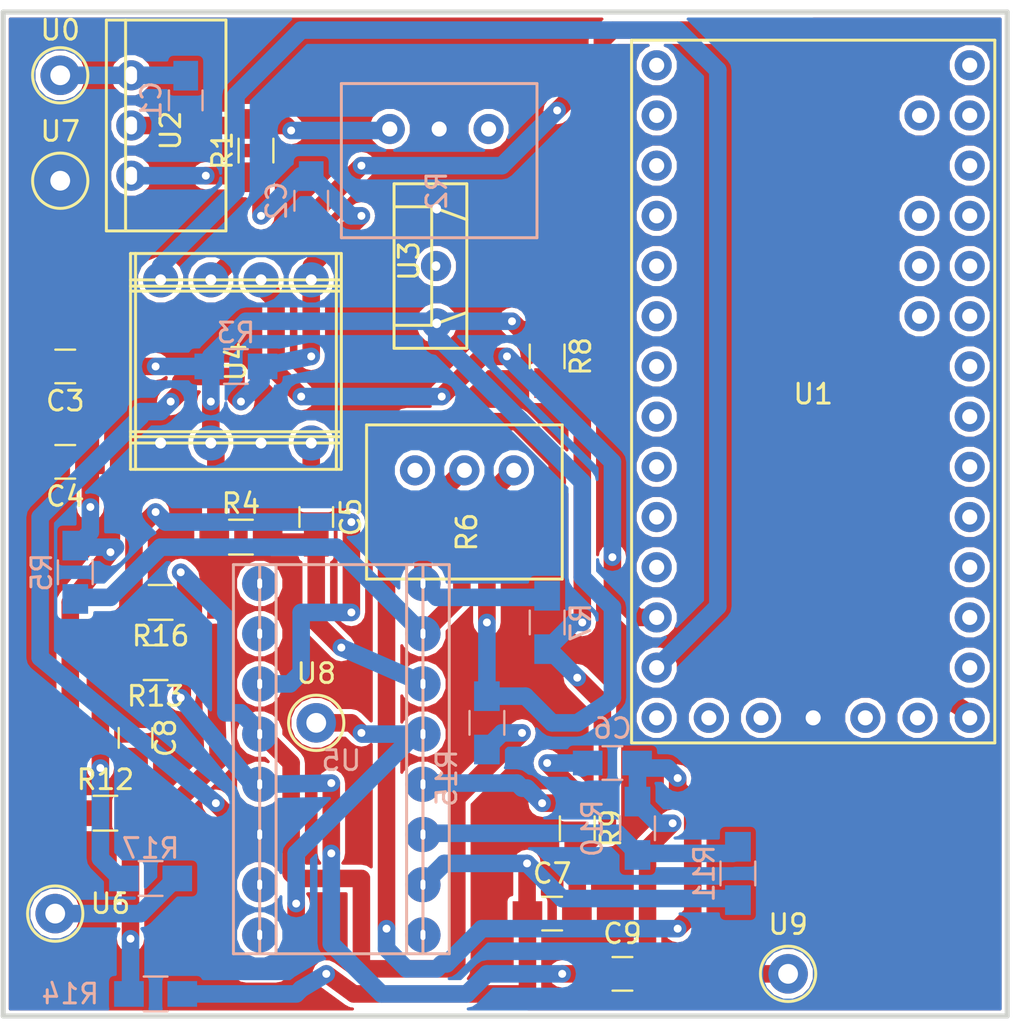
<source format=kicad_pcb>
(kicad_pcb (version 4) (host pcbnew 4.0.7)
  (layers (0 F.Cu signal hide) (31 B.Cu signal) (34 B.Paste user) (35 F.Paste user) (36 B.SilkS user) (37 F.SilkS user) (38 B.Mask user) (39 F.Mask user) (44 Edge.Cuts user))
  (net 0 "")
  (net 1 GND)
  (net 2 "Net-(C2-Pad1)")
  (net 3 "Net-(C3-Pad1)")
  (net 4 "Net-(C5-Pad1)")
  (net 5 "Net-(C5-Pad2)")
  (net 6 "Net-(C6-Pad2)")
  (net 7 "Net-(C7-Pad1)")
  (net 8 "Net-(C7-Pad2)")
  (net 9 "Net-(C8-Pad1)")
  (net 10 "Net-(C8-Pad2)")
  (net 11 "Net-(C9-Pad2)")
  (net 12 "Net-(R1-Pad2)")
  (net 13 "Net-(R5-Pad2)")
  (net 14 "Net-(R10-Pad2)")
  (net 15 "Net-(R15-Pad2)")
  (net 16 "Net-(R17-Pad1)")
  (net 17 "Net-(U1-Pad33)")
  (net 18 "Net-(U1-Pad32)")
  (net 19 "Net-(U1-Pad31)")
  (net 20 "Net-(U1-Pad30)")
  (net 21 "Net-(U1-Pad29)")
  (net 22 "Net-(U1-Pad28)")
  (net 23 "Net-(U1-Pad27)")
  (net 24 "Net-(U1-Pad26)")
  (net 25 "Net-(U1-Pad25)")
  (net 26 "Net-(U1-Pad24)")
  (net 27 "Net-(U1-Pad23)")
  (net 28 "Net-(U1-Pad22)")
  (net 29 "Net-(U1-Pad21)")
  (net 30 "Net-(U1-Pad20)")
  (net 31 "Net-(U1-Pad1)")
  (net 32 "Net-(U1-Pad2)")
  (net 33 "Net-(U1-Pad3)")
  (net 34 "Net-(U1-Pad4)")
  (net 35 "Net-(U1-Pad5)")
  (net 36 "Net-(U1-Pad6)")
  (net 37 "Net-(U1-Pad7)")
  (net 38 "Net-(U1-Pad8)")
  (net 39 "Net-(U1-Pad9)")
  (net 40 "Net-(U1-Pad10)")
  (net 41 "Net-(U1-Pad11)")
  (net 42 "Net-(U1-Pad12)")
  (net 43 "Net-(U1-Pad13)")
  (net 44 "Net-(U1-Pad14)")
  (net 45 "Net-(U1-Pad15)")
  (net 46 "Net-(U1-Pad16)")
  (net 47 "Net-(U1-Pad18)")
  (net 48 "Net-(U1-Pad19)")
  (net 49 "Net-(U3-Pad2)")
  (net 50 "Net-(U5-Pad10)")
  (net 51 "Net-(U5-Pad9)")
  (net 52 "Net-(U5-Pad8)")
  (net 53 "Net-(C1-Pad1)")
  (net 54 "Net-(R2-Pad3)")
  (net 55 "Net-(R6-Pad2)")
  (net 56 "Net-(R6-Pad3)")
  (module Footprint:R_0805_HandSoldering (layer B.Cu) (at 105.41 87.884)
    (fp_text reference R14 (at -4.318 0) (layer B.SilkS) (effects (justify mirror)))
    (fp_text value 17.4k)
    (pad 1 smd rect (at -1.35 0) (size 1.5 1.3) (layers B.Cu B.Paste B.Mask) (net 10 "Net-(C8-Pad2)"))
    (pad 2 smd rect (at 1.35 0) (size 1.5 1.3) (layers B.Cu B.Paste B.Mask) (net 7 "Net-(C7-Pad1)"))
  )
  (module Footprint:TL974 (layer B.Cu) (at 114.808 85.852 180)
    (fp_text reference U5 (at 0 9.779 180) (layer B.SilkS) (effects (justify mirror)))
    (fp_text value TL974)
    (pad 16 thru_hole circle (at 4.13 18.735 180) (size 1.78 1.78) (drill oval 0.25 0.53) (layers *.Cu *.Mask))
    (pad 15 thru_hole circle (at 4.13 16.195 180) (size 1.78 1.78) (drill oval 0.25 0.53) (layers *.Cu *.Mask))
    (pad 14 thru_hole circle (at 4.13 13.655 180) (size 1.78 1.78) (drill oval 0.25 0.53) (layers *.Cu *.Mask) (net 9 "Net-(C8-Pad1)"))
    (pad 13 thru_hole circle (at 4.13 11.115 180) (size 1.78 1.78) (drill oval 0.25 0.53) (layers *.Cu *.Mask) (net 15 "Net-(R15-Pad2)"))
    (pad 12 thru_hole circle (at 4.13 8.575 180) (size 1.78 1.78) (drill oval 0.25 0.53) (layers *.Cu *.Mask) (net 11 "Net-(C9-Pad2)"))
    (pad 11 thru_hole circle (at 4.13 6.035 180) (size 1.78 1.78) (drill oval 0.25 0.53) (layers *.Cu *.Mask) (net 1 GND))
    (pad 10 thru_hole circle (at 4.13 3.495 180) (size 1.78 1.78) (drill oval 0.25 0.53) (layers *.Cu *.Mask) (net 50 "Net-(U5-Pad10)"))
    (pad 9 thru_hole circle (at 4.13 0.955 180) (size 1.78 1.78) (drill oval 0.25 0.53) (layers *.Cu *.Mask) (net 51 "Net-(U5-Pad9)"))
    (pad 1 thru_hole circle (at -4.13 18.735 180) (size 1.78 1.78) (drill oval 0.25 0.53) (layers *.Cu *.Mask) (net 55 "Net-(R6-Pad2)"))
    (pad 2 thru_hole circle (at -4.13 16.195 180) (size 1.78 1.78) (drill oval 0.25 0.53) (layers *.Cu *.Mask) (net 13 "Net-(R5-Pad2)"))
    (pad 3 thru_hole circle (at -4.13 13.655 180) (size 1.78 1.78) (drill oval 0.25 0.53) (layers *.Cu *.Mask) (net 5 "Net-(C5-Pad2)"))
    (pad 4 thru_hole circle (at -4.13 11.115 180) (size 1.78 1.78) (drill oval 0.25 0.53) (layers *.Cu *.Mask) (net 2 "Net-(C2-Pad1)"))
    (pad 5 thru_hole circle (at -4.13 8.575 180) (size 1.78 1.78) (drill oval 0.25 0.53) (layers *.Cu *.Mask) (net 6 "Net-(C6-Pad2)"))
    (pad 6 thru_hole circle (at -4.13 6.035 180) (size 1.78 1.78) (drill oval 0.25 0.53) (layers *.Cu *.Mask) (net 14 "Net-(R10-Pad2)"))
    (pad 7 thru_hole circle (at -4.13 3.495 180) (size 1.78 1.78) (drill oval 0.25 0.53) (layers *.Cu *.Mask) (net 7 "Net-(C7-Pad1)"))
    (pad 8 thru_hole circle (at -4.13 0.955 180) (size 1.78 1.78) (drill oval 0.25 0.53) (layers *.Cu *.Mask) (net 52 "Net-(U5-Pad8)"))
  )
  (module Footprint:LT1009 (layer F.Cu) (at 121.158 51.054 90)
    (fp_text reference U3 (at 0.254 -2.921 90) (layer F.SilkS))
    (fp_text value LT1009)
    (pad 2 thru_hole circle (at 0 -1.562 90) (size 1.524 1.524) (drill oval 0.482 0.432) (layers *.Cu *.Mask) (net 49 "Net-(U3-Pad2)"))
    (pad 3 thru_hole circle (at 2.9 -1.524 90) (size 1.524 1.524) (drill oval 0.482 0.432) (layers *.Cu *.Mask) (net 1 GND))
    (pad 1 thru_hole circle (at -2.9 -1.524 90) (size 1.524 1.524) (drill oval 0.482 0.432) (layers *.Cu *.Mask) (net 3 "Net-(C3-Pad1)"))
  )
  (module Footprint:C_0805_HandSoldering (layer B.Cu) (at 106.934 42.672 270)
    (fp_text reference C1 (at 0 1.75 270) (layer B.SilkS) (effects (justify mirror)))
    (fp_text value 0.1u)
    (pad 1 smd rect (at -1.25 0 270) (size 1.5 1.25) (layers B.Cu B.Paste B.Mask) (net 53 "Net-(C1-Pad1)"))
    (pad 2 smd rect (at 1.25 0 270) (size 1.5 1.25) (layers B.Cu B.Paste B.Mask) (net 1 GND))
  )
  (module Footprint:C_0805_HandSoldering (layer B.Cu) (at 113.284 47.752 270)
    (fp_text reference C2 (at 0 1.75 270) (layer B.SilkS) (effects (justify mirror)))
    (fp_text value 1u)
    (pad 1 smd rect (at -1.25 0 270) (size 1.5 1.25) (layers B.Cu B.Paste B.Mask) (net 2 "Net-(C2-Pad1)"))
    (pad 2 smd rect (at 1.25 0 270) (size 1.5 1.25) (layers B.Cu B.Paste B.Mask) (net 1 GND))
  )
  (module Footprint:C_0805_HandSoldering (layer F.Cu) (at 100.838 56.134 180)
    (fp_text reference C3 (at 0 -1.75 180) (layer F.SilkS))
    (fp_text value 0.1u)
    (pad 1 smd rect (at -1.25 0 180) (size 1.5 1.25) (layers F.Cu F.Paste F.Mask) (net 3 "Net-(C3-Pad1)"))
    (pad 2 smd rect (at 1.25 0 180) (size 1.5 1.25) (layers F.Cu F.Paste F.Mask) (net 1 GND))
  )
  (module Footprint:C_0805_HandSoldering (layer F.Cu) (at 100.838 60.96 180)
    (fp_text reference C4 (at 0 -1.75 180) (layer F.SilkS))
    (fp_text value 1u)
    (pad 1 smd rect (at -1.25 0 180) (size 1.5 1.25) (layers F.Cu F.Paste F.Mask) (net 3 "Net-(C3-Pad1)"))
    (pad 2 smd rect (at 1.25 0 180) (size 1.5 1.25) (layers F.Cu F.Paste F.Mask) (net 1 GND))
  )
  (module Footprint:C_0805_HandSoldering (layer F.Cu) (at 113.538 63.754 270)
    (fp_text reference C5 (at 0 -1.75 270) (layer F.SilkS))
    (fp_text value 1u)
    (pad 1 smd rect (at -1.25 0 270) (size 1.5 1.25) (layers F.Cu F.Paste F.Mask) (net 4 "Net-(C5-Pad1)"))
    (pad 2 smd rect (at 1.25 0 270) (size 1.5 1.25) (layers F.Cu F.Paste F.Mask) (net 5 "Net-(C5-Pad2)"))
  )
  (module Footprint:C_0805_HandSoldering (layer B.Cu) (at 128.524 76.2 180)
    (fp_text reference C6 (at 0 1.75 180) (layer B.SilkS) (effects (justify mirror)))
    (fp_text value 1n)
    (pad 1 smd rect (at -1.25 0 180) (size 1.5 1.25) (layers B.Cu B.Paste B.Mask) (net 3 "Net-(C3-Pad1)"))
    (pad 2 smd rect (at 1.25 0 180) (size 1.5 1.25) (layers B.Cu B.Paste B.Mask) (net 6 "Net-(C6-Pad2)"))
  )
  (module Footprint:C_0805_HandSoldering (layer F.Cu) (at 125.476 83.82)
    (fp_text reference C7 (at 0 -2.032) (layer F.SilkS))
    (fp_text value 1n)
    (pad 1 smd rect (at -1.25 0) (size 1.5 1.25) (layers F.Cu F.Paste F.Mask) (net 7 "Net-(C7-Pad1)"))
    (pad 2 smd rect (at 1.25 0) (size 1.5 1.25) (layers F.Cu F.Paste F.Mask) (net 8 "Net-(C7-Pad2)"))
  )
  (module Footprint:C_0805_HandSoldering (layer F.Cu) (at 104.394 74.93 270)
    (fp_text reference C8 (at 0 -1.524 270) (layer F.SilkS))
    (fp_text value 1n)
    (pad 1 smd rect (at -1.25 0 270) (size 1.5 1.25) (layers F.Cu F.Paste F.Mask) (net 9 "Net-(C8-Pad1)"))
    (pad 2 smd rect (at 1.25 0 270) (size 1.5 1.25) (layers F.Cu F.Paste F.Mask) (net 10 "Net-(C8-Pad2)"))
  )
  (module Footprint:C_0805_HandSoldering (layer F.Cu) (at 129.032 86.868 180)
    (fp_text reference C9 (at 0 2.032 180) (layer F.SilkS))
    (fp_text value 1n)
    (pad 1 smd rect (at -1.25 0 180) (size 1.5 1.25) (layers F.Cu F.Paste F.Mask) (net 3 "Net-(C3-Pad1)"))
    (pad 2 smd rect (at 1.25 0 180) (size 1.5 1.25) (layers F.Cu F.Paste F.Mask) (net 11 "Net-(C9-Pad2)"))
  )
  (module Footprint:R_0805_HandSoldering (layer F.Cu) (at 110.49 45.212 90)
    (fp_text reference R1 (at 0 -1.7 90) (layer F.SilkS))
    (fp_text value 220)
    (pad 1 smd rect (at -1.35 0 90) (size 1.5 1.3) (layers F.Cu F.Paste F.Mask) (net 2 "Net-(C2-Pad1)"))
    (pad 2 smd rect (at 1.35 0 90) (size 1.5 1.3) (layers F.Cu F.Paste F.Mask) (net 12 "Net-(R1-Pad2)"))
  )
  (module Footprint:R_0805_HandSoldering (layer B.Cu) (at 109.474 56.134 180)
    (fp_text reference R3 (at 0 1.7 180) (layer B.SilkS) (effects (justify mirror)))
    (fp_text value 3.6k)
    (pad 1 smd rect (at -1.35 0 180) (size 1.5 1.3) (layers B.Cu B.Paste B.Mask) (net 2 "Net-(C2-Pad1)"))
    (pad 2 smd rect (at 1.35 0 180) (size 1.5 1.3) (layers B.Cu B.Paste B.Mask) (net 3 "Net-(C3-Pad1)"))
  )
  (module Footprint:R_0805_HandSoldering (layer F.Cu) (at 109.728 64.77)
    (fp_text reference R4 (at 0 -1.7) (layer F.SilkS))
    (fp_text value 10k)
    (pad 1 smd rect (at -1.35 0) (size 1.5 1.3) (layers F.Cu F.Paste F.Mask) (net 3 "Net-(C3-Pad1)"))
    (pad 2 smd rect (at 1.35 0) (size 1.5 1.3) (layers F.Cu F.Paste F.Mask) (net 5 "Net-(C5-Pad2)"))
  )
  (module Footprint:R_0805_HandSoldering (layer B.Cu) (at 101.346 66.548 270)
    (fp_text reference R5 (at 0 1.7 270) (layer B.SilkS) (effects (justify mirror)))
    (fp_text value 220)
    (pad 1 smd rect (at -1.35 0 270) (size 1.5 1.3) (layers B.Cu B.Paste B.Mask) (net 3 "Net-(C3-Pad1)"))
    (pad 2 smd rect (at 1.35 0 270) (size 1.5 1.3) (layers B.Cu B.Paste B.Mask) (net 13 "Net-(R5-Pad2)"))
  )
  (module Footprint:R_0805_HandSoldering (layer B.Cu) (at 125.222 69.088 90)
    (fp_text reference R7 (at 0 1.7 90) (layer B.SilkS) (effects (justify mirror)))
    (fp_text value 8.45k)
    (pad 1 smd rect (at -1.35 0 90) (size 1.5 1.3) (layers B.Cu B.Paste B.Mask) (net 8 "Net-(C7-Pad2)"))
    (pad 2 smd rect (at 1.35 0 90) (size 1.5 1.3) (layers B.Cu B.Paste B.Mask) (net 55 "Net-(R6-Pad2)"))
  )
  (module Footprint:R_0805_HandSoldering (layer F.Cu) (at 125.222 55.626 270)
    (fp_text reference R8 (at 0 -1.7 270) (layer F.SilkS))
    (fp_text value 102k)
    (pad 1 smd rect (at -1.35 0 270) (size 1.5 1.3) (layers F.Cu F.Paste F.Mask) (net 3 "Net-(C3-Pad1)"))
    (pad 2 smd rect (at 1.35 0 270) (size 1.5 1.3) (layers F.Cu F.Paste F.Mask) (net 8 "Net-(C7-Pad2)"))
  )
  (module Footprint:R_0805_HandSoldering (layer F.Cu) (at 126.746 79.502 270)
    (fp_text reference R9 (at 0 -1.7 270) (layer F.SilkS))
    (fp_text value 7.15k)
    (pad 1 smd rect (at -1.35 0 270) (size 1.5 1.3) (layers F.Cu F.Paste F.Mask) (net 6 "Net-(C6-Pad2)"))
    (pad 2 smd rect (at 1.35 0 270) (size 1.5 1.3) (layers F.Cu F.Paste F.Mask) (net 8 "Net-(C7-Pad2)"))
  )
  (module Footprint:R_0805_HandSoldering (layer B.Cu) (at 129.794 79.502 270)
    (fp_text reference R10 (at 0 2.286 270) (layer B.SilkS) (effects (justify mirror)))
    (fp_text value 12.1k)
    (pad 1 smd rect (at -1.35 0 270) (size 1.5 1.3) (layers B.Cu B.Paste B.Mask) (net 3 "Net-(C3-Pad1)"))
    (pad 2 smd rect (at 1.35 0 270) (size 1.5 1.3) (layers B.Cu B.Paste B.Mask) (net 14 "Net-(R10-Pad2)"))
  )
  (module Footprint:R_0805_HandSoldering (layer B.Cu) (at 134.874 81.788 270)
    (fp_text reference R11 (at 0 1.7 270) (layer B.SilkS) (effects (justify mirror)))
    (fp_text value 1k)
    (pad 1 smd rect (at -1.35 0 270) (size 1.5 1.3) (layers B.Cu B.Paste B.Mask) (net 14 "Net-(R10-Pad2)"))
    (pad 2 smd rect (at 1.35 0 270) (size 1.5 1.3) (layers B.Cu B.Paste B.Mask) (net 7 "Net-(C7-Pad1)"))
  )
  (module Footprint:R_0805_HandSoldering (layer F.Cu) (at 102.87 78.74)
    (fp_text reference R12 (at 0 -1.7) (layer F.SilkS))
    (fp_text value 28k)
    (pad 1 smd rect (at -1.35 0) (size 1.5 1.3) (layers F.Cu F.Paste F.Mask) (net 3 "Net-(C3-Pad1)"))
    (pad 2 smd rect (at 1.35 0) (size 1.5 1.3) (layers F.Cu F.Paste F.Mask) (net 10 "Net-(C8-Pad2)"))
  )
  (module Footprint:R_0805_HandSoldering (layer F.Cu) (at 105.41 71.12 180)
    (fp_text reference R13 (at 0 -1.7 180) (layer F.SilkS))
    (fp_text value 4.12k)
    (pad 1 smd rect (at -1.35 0 180) (size 1.5 1.3) (layers F.Cu F.Paste F.Mask) (net 11 "Net-(C9-Pad2)"))
    (pad 2 smd rect (at 1.35 0 180) (size 1.5 1.3) (layers F.Cu F.Paste F.Mask) (net 10 "Net-(C8-Pad2)"))
  )
  (module Footprint:R_0805_HandSoldering (layer B.Cu) (at 122.174 74.168 270)
    (fp_text reference R15 (at 2.794 2.032 270) (layer B.SilkS) (effects (justify mirror)))
    (fp_text value 1.62k)
    (pad 1 smd rect (at -1.35 0 270) (size 1.5 1.3) (layers B.Cu B.Paste B.Mask) (net 3 "Net-(C3-Pad1)"))
    (pad 2 smd rect (at 1.35 0 270) (size 1.5 1.3) (layers B.Cu B.Paste B.Mask) (net 15 "Net-(R15-Pad2)"))
  )
  (module Footprint:R_0805_HandSoldering (layer F.Cu) (at 105.664 68.072 180)
    (fp_text reference R16 (at 0 -1.7 180) (layer F.SilkS))
    (fp_text value 1k)
    (pad 1 smd rect (at -1.35 0 180) (size 1.5 1.3) (layers F.Cu F.Paste F.Mask) (net 15 "Net-(R15-Pad2)"))
    (pad 2 smd rect (at 1.35 0 180) (size 1.5 1.3) (layers F.Cu F.Paste F.Mask) (net 9 "Net-(C8-Pad1)"))
  )
  (module Footprint:R_0805_HandSoldering (layer B.Cu) (at 105.156 82.042 180)
    (fp_text reference R17 (at 0 1.524 180) (layer B.SilkS) (effects (justify mirror)))
    (fp_text value 20k)
    (pad 1 smd rect (at -1.35 0 180) (size 1.5 1.3) (layers B.Cu B.Paste B.Mask) (net 16 "Net-(R17-Pad1)"))
    (pad 2 smd rect (at 1.35 0 180) (size 1.5 1.3) (layers B.Cu B.Paste B.Mask) (net 9 "Net-(C8-Pad1)"))
  )
  (module Footprint:Teensy3.2 (layer F.Cu) (at 138.684 75.184)
    (fp_text reference U1 (at 0 -17.653) (layer F.SilkS))
    (fp_text value Teensy3.2)
    (pad 33 thru_hole circle (at 7.92 -34.29) (size 1.524 1.524) (drill 0.762) (layers *.Cu *.Mask) (net 17 "Net-(U1-Pad33)"))
    (pad 32 thru_hole circle (at 7.92 -31.75) (size 1.524 1.524) (drill 0.762) (layers *.Cu *.Mask) (net 18 "Net-(U1-Pad32)"))
    (pad 31 thru_hole circle (at 7.92 -29.21) (size 1.524 1.524) (drill 0.762) (layers *.Cu *.Mask) (net 19 "Net-(U1-Pad31)"))
    (pad 30 thru_hole circle (at 7.92 -26.67) (size 1.524 1.524) (drill 0.762) (layers *.Cu *.Mask) (net 20 "Net-(U1-Pad30)"))
    (pad 29 thru_hole circle (at 7.92 -24.13) (size 1.524 1.524) (drill 0.762) (layers *.Cu *.Mask) (net 21 "Net-(U1-Pad29)"))
    (pad 28 thru_hole circle (at 7.92 -21.59) (size 1.524 1.524) (drill 0.762) (layers *.Cu *.Mask) (net 22 "Net-(U1-Pad28)"))
    (pad 27 thru_hole circle (at 7.92 -19.05) (size 1.524 1.524) (drill 0.762) (layers *.Cu *.Mask) (net 23 "Net-(U1-Pad27)"))
    (pad 26 thru_hole circle (at 7.92 -16.51) (size 1.524 1.524) (drill 0.762) (layers *.Cu *.Mask) (net 24 "Net-(U1-Pad26)"))
    (pad 25 thru_hole circle (at 7.92 -13.97) (size 1.524 1.524) (drill 0.762) (layers *.Cu *.Mask) (net 25 "Net-(U1-Pad25)"))
    (pad 24 thru_hole circle (at 7.92 -11.43) (size 1.524 1.524) (drill 0.762) (layers *.Cu *.Mask) (net 26 "Net-(U1-Pad24)"))
    (pad 23 thru_hole circle (at 7.92 -8.89) (size 1.524 1.524) (drill 0.762) (layers *.Cu *.Mask) (net 27 "Net-(U1-Pad23)"))
    (pad 22 thru_hole circle (at 7.92 -6.35) (size 1.524 1.524) (drill 0.762) (layers *.Cu *.Mask) (net 28 "Net-(U1-Pad22)"))
    (pad 21 thru_hole circle (at 7.92 -3.81) (size 1.524 1.524) (drill 0.762) (layers *.Cu *.Mask) (net 29 "Net-(U1-Pad21)"))
    (pad 20 thru_hole circle (at 7.92 -1.27) (size 1.524 1.524) (drill 0.762) (layers *.Cu *.Mask) (net 30 "Net-(U1-Pad20)"))
    (pad 1 thru_hole circle (at -7.92 -34.29) (size 1.524 1.524) (drill 0.762) (layers *.Cu *.Mask) (net 31 "Net-(U1-Pad1)"))
    (pad 2 thru_hole circle (at -7.92 -31.75) (size 1.524 1.524) (drill 0.762) (layers *.Cu *.Mask) (net 32 "Net-(U1-Pad2)"))
    (pad 3 thru_hole circle (at -7.92 -29.21) (size 1.524 1.524) (drill 0.762) (layers *.Cu *.Mask) (net 33 "Net-(U1-Pad3)"))
    (pad 4 thru_hole circle (at -7.92 -26.67) (size 1.524 1.524) (drill 0.762) (layers *.Cu *.Mask) (net 34 "Net-(U1-Pad4)"))
    (pad 5 thru_hole circle (at -7.92 -24.13) (size 1.524 1.524) (drill 0.762) (layers *.Cu *.Mask) (net 35 "Net-(U1-Pad5)"))
    (pad 6 thru_hole circle (at -7.92 -21.59) (size 1.524 1.524) (drill 0.762) (layers *.Cu *.Mask) (net 36 "Net-(U1-Pad6)"))
    (pad 7 thru_hole circle (at -7.92 -19.05) (size 1.524 1.524) (drill 0.762) (layers *.Cu *.Mask) (net 37 "Net-(U1-Pad7)"))
    (pad 8 thru_hole circle (at -7.92 -16.51) (size 1.524 1.524) (drill 0.762) (layers *.Cu *.Mask) (net 38 "Net-(U1-Pad8)"))
    (pad 9 thru_hole circle (at -7.92 -13.97) (size 1.524 1.524) (drill 0.762) (layers *.Cu *.Mask) (net 39 "Net-(U1-Pad9)"))
    (pad 10 thru_hole circle (at -7.92 -11.43) (size 1.524 1.524) (drill 0.762) (layers *.Cu *.Mask) (net 40 "Net-(U1-Pad10)"))
    (pad 11 thru_hole circle (at -7.92 -8.89) (size 1.524 1.524) (drill 0.762) (layers *.Cu *.Mask) (net 41 "Net-(U1-Pad11)"))
    (pad 12 thru_hole circle (at -7.92 -6.35) (size 1.524 1.524) (drill 0.762) (layers *.Cu *.Mask) (net 42 "Net-(U1-Pad12)"))
    (pad 13 thru_hole circle (at -7.92 -3.81) (size 1.524 1.524) (drill 0.762) (layers *.Cu *.Mask) (net 43 "Net-(U1-Pad13)"))
    (pad 14 thru_hole circle (at -7.92 -1.27) (size 1.524 1.524) (drill 0.762) (layers *.Cu *.Mask) (net 44 "Net-(U1-Pad14)"))
    (pad 15 thru_hole circle (at -5.28 -1.27) (size 1.524 1.524) (drill 0.762) (layers *.Cu *.Mask) (net 45 "Net-(U1-Pad15)"))
    (pad 16 thru_hole circle (at -2.64 -1.27) (size 1.524 1.524) (drill 0.762) (layers *.Cu *.Mask) (net 46 "Net-(U1-Pad16)"))
    (pad 17 thru_hole circle (at 0 -1.27) (size 1.524 1.524) (drill 0.762) (layers *.Cu *.Mask) (net 1 GND))
    (pad 18 thru_hole circle (at 2.64 -1.27) (size 1.524 1.524) (drill 0.762) (layers *.Cu *.Mask) (net 47 "Net-(U1-Pad18)"))
    (pad 19 thru_hole circle (at 5.28 -1.27) (size 1.524 1.524) (drill 0.762) (layers *.Cu *.Mask) (net 48 "Net-(U1-Pad19)"))
    (pad 37 thru_hole circle (at 5.38 -31.75) (size 1.524 1.524) (drill 0.762) (layers *.Cu *.Mask))
    (pad 36 thru_hole circle (at 5.38 -26.67) (size 1.524 1.524) (drill 0.762) (layers *.Cu *.Mask))
    (pad 35 thru_hole circle (at 5.38 -24.13) (size 1.524 1.524) (drill 0.762) (layers *.Cu *.Mask))
    (pad 34 thru_hole circle (at 5.38 -21.59) (size 1.524 1.524) (drill 0.762) (layers *.Cu *.Mask))
  )
  (module Footprint:LM317 (layer F.Cu) (at 104.14 43.942 270)
    (fp_text reference U2 (at 0.254 -2.032 270) (layer F.SilkS))
    (fp_text value LM317)
    (pad 3 thru_hole circle (at 2.54 -0.04 270) (size 1.524 1.524) (drill oval 0.91 0.58) (layers *.Cu *.Mask) (net 2 "Net-(C2-Pad1)"))
    (pad 2 thru_hole circle (at 0 -0.04 270) (size 1.524 1.524) (drill oval 0.91 0.58) (layers *.Cu *.Mask) (net 12 "Net-(R1-Pad2)"))
    (pad 1 thru_hole circle (at -2.54 -0.04 270) (size 1.524 1.524) (drill oval 0.91 0.58) (layers *.Cu *.Mask) (net 53 "Net-(C1-Pad1)"))
  )
  (module Footprint:MCP_4921 (layer F.Cu) (at 104.14 55.88 270)
    (fp_text reference U4 (at 0 -5.334 270) (layer F.SilkS))
    (fp_text value MCP_4921)
    (pad 8 thru_hole circle (at 4.1275 -9.144 270) (size 1.778 1.778) (drill 0.5588) (layers *.Cu *.Mask) (net 4 "Net-(C5-Pad1)"))
    (pad 1 thru_hole circle (at -4.1275 -9.144 270) (size 1.778 1.778) (drill 0.5588) (layers *.Cu *.Mask) (net 2 "Net-(C2-Pad1)"))
    (pad 7 thru_hole circle (at 4.1275 -6.604 270) (size 1.778 1.778) (drill 0.5588) (layers *.Cu *.Mask) (net 1 GND))
    (pad 6 thru_hole circle (at 4.1275 -4.064 270) (size 1.778 1.778) (drill 0.5588) (layers *.Cu *.Mask) (net 3 "Net-(C3-Pad1)"))
    (pad 5 thru_hole circle (at 4.1275 -1.524 270) (size 1.778 1.778) (drill 0.5588) (layers *.Cu *.Mask) (net 1 GND))
    (pad 2 thru_hole circle (at -4.1275 -6.604 270) (size 1.778 1.778) (drill 0.5588) (layers *.Cu *.Mask) (net 42 "Net-(U1-Pad12)"))
    (pad 3 thru_hole circle (at -4.1275 -4.064 270) (size 1.778 1.778) (drill 0.5588) (layers *.Cu *.Mask) (net 30 "Net-(U1-Pad20)"))
    (pad 4 thru_hole circle (at -4.1275 -1.524 270) (size 1.778 1.778) (drill 0.5588) (layers *.Cu *.Mask) (net 43 "Net-(U1-Pad13)"))
  )
  (module Footprint:Test_Point_Keystone_5000-5004_Miniature (layer F.Cu) (at 100.33 83.82)
    (fp_text reference U6 (at 2.794 -0.508) (layer F.SilkS))
    (fp_text value Output)
    (pad 1 thru_hole circle (at 0 0) (size 2 2) (drill 1) (layers *.Cu *.Mask) (net 16 "Net-(R17-Pad1)"))
  )
  (module Footprint:Test_Point_Keystone_5000-5004_Miniature (layer F.Cu) (at 100.584 41.402)
    (fp_text reference U0 (at 0 -2.286) (layer F.SilkS))
    (fp_text value Vcc)
    (pad 1 thru_hole circle (at 0 0) (size 2 2) (drill 1) (layers *.Cu *.Mask) (net 53 "Net-(C1-Pad1)"))
  )
  (module Footprint:CT-94EW (layer B.Cu) (at 114.808 45.72 90)
    (fp_text reference R2 (at -1.524 4.826 90) (layer B.SilkS) (effects (justify mirror)))
    (fp_text value 2K)
    (pad 3 thru_hole circle (at 1.6 7.45 90) (size 1.524 1.524) (drill 0.762) (layers *.Cu *.Mask) (net 54 "Net-(R2-Pad3)"))
    (pad 2 thru_hole circle (at 1.6 4.95 90) (size 1.524 1.524) (drill 0.762) (layers *.Cu *.Mask) (net 1 GND))
    (pad 1 thru_hole circle (at 1.6 2.45 90) (size 1.524 1.524) (drill 0.762) (layers *.Cu *.Mask) (net 12 "Net-(R1-Pad2)"))
  )
  (module Footprint:CT-94EW (layer F.Cu) (at 125.984 62.992 90)
    (fp_text reference R6 (at -1.524 -4.826 90) (layer F.SilkS))
    (fp_text value 20k)
    (pad 3 thru_hole circle (at 1.6 -7.45 90) (size 1.524 1.524) (drill 0.762) (layers *.Cu *.Mask) (net 56 "Net-(R6-Pad3)"))
    (pad 2 thru_hole circle (at 1.6 -4.95 90) (size 1.524 1.524) (drill 0.762) (layers *.Cu *.Mask) (net 55 "Net-(R6-Pad2)"))
    (pad 1 thru_hole circle (at 1.6 -2.45 90) (size 1.524 1.524) (drill 0.762) (layers *.Cu *.Mask) (net 13 "Net-(R5-Pad2)"))
  )
  (module Footprint:Test_Point_Keystone_5000-5004_Miniature (layer F.Cu) (at 100.584 46.736)
    (fp_text reference U7 (at 0 -2.5) (layer F.SilkS))
    (fp_text value GND)
    (pad 1 thru_hole circle (at 0 0) (size 2 2) (drill 1) (layers *.Cu *.Mask) (net 1 GND))
  )
  (module Footprint:Test_Point_Keystone_5000-5004_Miniature (layer F.Cu) (at 113.538 74.168)
    (fp_text reference U8 (at 0 -2.5) (layer F.SilkS))
    (fp_text value +5V)
    (pad 1 thru_hole circle (at 0 0) (size 2 2) (drill 1) (layers *.Cu *.Mask) (net 2 "Net-(C2-Pad1)"))
  )
  (module Footprint:Test_Point_Keystone_5000-5004_Miniature (layer F.Cu) (at 137.414 86.868)
    (fp_text reference U9 (at 0 -2.5) (layer F.SilkS))
    (fp_text value +2.5V)
    (pad 1 thru_hole circle (at 0 0) (size 2 2) (drill 1) (layers *.Cu *.Mask) (net 3 "Net-(C3-Pad1)"))
  )
  (gr_line (start 97.7 89) (end 148.5 89) (angle 90) (layer Edge.Cuts) (width 0.254))
  (gr_line (start 148.5 38.2) (end 148.5 89) (angle 90) (layer Edge.Cuts) (width 0.254))
  (gr_line (start 97.7 38.2) (end 148.5 38.2) (angle 90) (layer Edge.Cuts) (width 0.254))
  (gr_line (start 97.7 38.2) (end 97.7 89) (angle 90) (layer Edge.Cuts) (width 0.254))
  (segment (start 118.938 74.737) (end 115.885 74.737) (width 0.887184) (layer B.Cu) (net 2))
  (segment (start 115.316 74.168) (end 113.538 74.168) (width 0.887184) (layer F.Cu) (net 2))
  (segment (start 115.824 74.676) (end 115.316 74.168) (width 0.887184) (layer F.Cu) (net 2))
  (via (at 115.824 74.676) (size 0.6) (drill 0.4) (layers F.Cu B.Cu) (net 2))
  (segment (start 115.885 74.737) (end 115.824 74.676) (width 0.887184) (layer B.Cu) (net 2))
  (segment (start 118.938 74.737) (end 118.557 74.737) (width 0.887184) (layer B.Cu) (net 2))
  (segment (start 118.557 74.737) (end 112.522 80.772) (width 0.887184) (layer B.Cu) (net 2))
  (segment (start 104.648 58.674) (end 99.568 63.754) (width 0.887184) (layer B.Cu) (net 2))
  (segment (start 99.568 63.754) (end 99.568 70.866) (width 0.887184) (layer B.Cu) (net 2))
  (segment (start 112.522 83.312) (end 112.522 80.772) (width 0.887184) (layer B.Cu) (net 2))
  (via (at 112.522 83.312) (size 0.6) (drill 0.4) (layers F.Cu B.Cu) (net 2))
  (segment (start 112.522 85.598) (end 112.522 83.312) (width 0.887184) (layer F.Cu) (net 2))
  (segment (start 111.506 86.614) (end 112.522 85.598) (width 0.887184) (layer F.Cu) (net 2))
  (segment (start 109.982 86.614) (end 111.506 86.614) (width 0.887184) (layer F.Cu) (net 2))
  (segment (start 109.728 86.36) (end 109.982 86.614) (width 0.887184) (layer F.Cu) (net 2))
  (segment (start 109.474 86.36) (end 109.728 86.36) (width 0.887184) (layer F.Cu) (net 2))
  (segment (start 109.22 86.106) (end 109.474 86.36) (width 0.887184) (layer F.Cu) (net 2))
  (segment (start 109.22 85.852) (end 109.22 86.106) (width 0.887184) (layer F.Cu) (net 2))
  (segment (start 108.966 85.598) (end 109.22 85.852) (width 0.887184) (layer F.Cu) (net 2))
  (segment (start 108.966 78.74) (end 108.966 85.598) (width 0.887184) (layer F.Cu) (net 2))
  (segment (start 108.458 78.232) (end 108.966 78.74) (width 0.887184) (layer F.Cu) (net 2))
  (via (at 108.458 78.232) (size 0.6) (drill 0.4) (layers F.Cu B.Cu) (net 2))
  (segment (start 99.568 70.866) (end 108.458 78.232) (width 0.887184) (layer B.Cu) (net 2))
  (segment (start 105.664 58.42) (end 104.648 58.42) (width 0.887184) (layer B.Cu) (net 2))
  (segment (start 106.172 57.912) (end 105.664 58.42) (width 0.887184) (layer B.Cu) (net 2))
  (via (at 106.172 57.912) (size 0.6) (layers F.Cu B.Cu) (net 2))
  (segment (start 106.68 57.404) (end 106.172 57.912) (width 0.887184) (layer F.Cu) (net 2))
  (segment (start 106.68 56.896) (end 106.68 57.404) (width 0.887184) (layer F.Cu) (net 2))
  (segment (start 106.934 56.642) (end 106.68 56.896) (width 0.887184) (layer F.Cu) (net 2))
  (segment (start 109.474 56.642) (end 106.934 56.642) (width 0.887184) (layer F.Cu) (net 2))
  (segment (start 109.474 57.658) (end 109.474 56.642) (width 0.887184) (layer F.Cu) (net 2))
  (segment (start 109.728 57.912) (end 109.474 57.658) (width 0.887184) (layer F.Cu) (net 2))
  (via (at 109.728 57.912) (size 0.6) (layers F.Cu B.Cu) (net 2))
  (segment (start 110.744 56.896) (end 109.728 57.912) (width 0.887184) (layer B.Cu) (net 2))
  (segment (start 110.744 56.134) (end 110.744 56.896) (width 0.887184) (layer B.Cu) (net 2))
  (segment (start 104.648 58.42) (end 104.648 58.674) (width 0.887184) (layer B.Cu) (net 2))
  (segment (start 115.824 48.514) (end 115.296 48.514) (width 0.887184) (layer B.Cu) (net 2))
  (segment (start 113.284 51.054) (end 115.824 48.514) (width 0.887184) (layer F.Cu) (net 2))
  (via (at 115.824 48.514) (size 0.6) (layers F.Cu B.Cu) (net 2))
  (segment (start 115.296 48.514) (end 113.284 46.502) (width 0.887184) (layer B.Cu) (net 2))
  (segment (start 110.824 56.134) (end 110.744 56.134) (width 0.887184) (layer B.Cu) (net 2))
  (segment (start 118.872 74.676) (end 118.938 74.737) (width 0.887184) (layer B.Cu) (net 2))
  (segment (start 113.284 51.7525) (end 113.284 55.626) (width 0.887184) (layer F.Cu) (net 2))
  (via (at 113.284 55.626) (size 0.6) (layers F.Cu B.Cu) (net 2))
  (segment (start 113.284 55.626) (end 110.744 56.134) (width 0.887184) (layer B.Cu) (net 2))
  (segment (start 104.18 46.482) (end 107.95 46.482) (width 0.887184) (layer B.Cu) (net 2))
  (via (at 107.95 46.482) (size 0.6) (layers F.Cu B.Cu) (net 2))
  (segment (start 107.95 46.482) (end 110.49 46.482) (width 0.887184) (layer F.Cu) (net 2))
  (segment (start 110.49 46.482) (end 110.49 46.562) (width 0.887184) (layer F.Cu) (net 2))
  (segment (start 113.284 46.502) (end 113.284 46.482) (width 0.887184) (layer B.Cu) (net 2))
  (segment (start 110.49 46.482) (end 110.744 46.736) (width 0.887184) (layer F.Cu) (net 2))
  (segment (start 110.744 46.736) (end 110.744 48.514) (width 0.887184) (layer F.Cu) (net 2))
  (via (at 110.744 48.514) (size 0.6) (layers F.Cu B.Cu) (net 2))
  (segment (start 110.744 48.514) (end 112.776 46.482) (width 0.887184) (layer B.Cu) (net 2))
  (segment (start 112.776 46.482) (end 113.284 46.482) (width 0.887184) (layer B.Cu) (net 2))
  (segment (start 113.284 46.482) (end 113.284 46.502) (width 0.887184) (layer B.Cu) (net 2))
  (segment (start 125.222 54.276) (end 123.872 54.276) (width 0.887184) (layer F.Cu) (net 3))
  (via (at 123.444 53.848) (size 0.6) (layers F.Cu B.Cu) (net 3))
  (segment (start 123.444 53.848) (end 119.634 53.848) (width 0.887184) (layer B.Cu) (net 3))
  (segment (start 123.872 54.276) (end 123.444 53.848) (width 0.887184) (layer F.Cu) (net 3))
  (segment (start 122.174 65.532) (end 125.73 61.976) (width 0.887184) (layer F.Cu) (net 3))
  (segment (start 125.73 61.976) (end 125.73 60.96) (width 0.887184) (layer F.Cu) (net 3))
  (segment (start 125.73 60.96) (end 123.698 58.928) (width 0.887184) (layer F.Cu) (net 3))
  (segment (start 122.174 69.088) (end 122.174 65.532) (width 0.887184) (layer F.Cu) (net 3))
  (via (at 122.174 69.088) (size 0.6) (layers F.Cu B.Cu) (net 3))
  (segment (start 122.174 72.136) (end 122.174 69.088) (width 0.887184) (layer B.Cu) (net 3))
  (segment (start 126.746 74.168) (end 125.476 74.168) (width 0.887184) (layer B.Cu) (net 3))
  (segment (start 125.476 74.168) (end 124.126 72.818) (width 0.887184) (layer B.Cu) (net 3))
  (segment (start 122.174 72.818) (end 124.126 72.818) (width 0.887184) (layer B.Cu) (net 3))
  (segment (start 128.524 68.326) (end 128.524 72.898) (width 0.887184) (layer B.Cu) (net 3))
  (segment (start 128.524 72.898) (end 128.27 73.152) (width 0.887184) (layer B.Cu) (net 3))
  (segment (start 128.27 73.152) (end 126.746 74.168) (width 0.887184) (layer B.Cu) (net 3))
  (segment (start 127 66.802) (end 128.524 68.326) (width 0.887184) (layer B.Cu) (net 3))
  (segment (start 127 61.976) (end 127 66.802) (width 0.887184) (layer B.Cu) (net 3))
  (segment (start 122.174 72.898) (end 122.174 72.818) (width 0.887184) (layer B.Cu) (net 3))
  (segment (start 122.174 72.818) (end 122.174 72.136) (width 0.887184) (layer B.Cu) (net 3))
  (segment (start 119.634 54.864) (end 119.888 54.864) (width 0.887184) (layer B.Cu) (net 3))
  (segment (start 119.888 54.864) (end 127 61.976) (width 0.887184) (layer B.Cu) (net 3))
  (segment (start 137.414 86.868) (end 130.282 86.868) (width 0.887184) (layer F.Cu) (net 3))
  (segment (start 131.826 76.962) (end 131.318 76.454) (width 0.887184) (layer B.Cu) (net 3))
  (via (at 131.826 76.962) (size 0.6) (layers F.Cu B.Cu) (net 3))
  (segment (start 131.826 77.47) (end 131.826 76.962) (width 0.887184) (layer F.Cu) (net 3))
  (segment (start 132.08 77.724) (end 131.826 77.47) (width 0.887184) (layer F.Cu) (net 3))
  (segment (start 132.08 77.978) (end 132.08 77.724) (width 0.887184) (layer F.Cu) (net 3))
  (segment (start 132.588 78.486) (end 132.08 77.978) (width 0.887184) (layer F.Cu) (net 3))
  (segment (start 132.588 83.82) (end 132.588 78.486) (width 0.887184) (layer F.Cu) (net 3))
  (segment (start 131.826 84.582) (end 132.588 83.82) (width 0.887184) (layer F.Cu) (net 3))
  (via (at 131.826 84.582) (size 0.6) (layers F.Cu B.Cu) (net 3))
  (segment (start 121.92 84.582) (end 131.826 84.582) (width 0.887184) (layer B.Cu) (net 3))
  (segment (start 120.142 86.36) (end 121.92 84.582) (width 0.887184) (layer B.Cu) (net 3))
  (segment (start 119.888 86.36) (end 120.142 86.36) (width 0.887184) (layer B.Cu) (net 3))
  (segment (start 119.634 86.614) (end 119.888 86.36) (width 0.887184) (layer B.Cu) (net 3))
  (segment (start 118.11 86.614) (end 119.634 86.614) (width 0.887184) (layer B.Cu) (net 3))
  (segment (start 117.094 85.598) (end 118.11 86.614) (width 0.887184) (layer B.Cu) (net 3))
  (segment (start 117.094 84.582) (end 117.094 85.598) (width 0.887184) (layer B.Cu) (net 3))
  (via (at 117.094 84.582) (size 0.6) (layers F.Cu B.Cu) (net 3))
  (segment (start 117.094 64.516) (end 117.094 84.582) (width 0.887184) (layer F.Cu) (net 3))
  (segment (start 116.84 64.262) (end 117.094 64.516) (width 0.887184) (layer F.Cu) (net 3))
  (segment (start 116.84 60.198) (end 116.84 64.262) (width 0.887184) (layer F.Cu) (net 3))
  (segment (start 123.698 58.928) (end 118.11 58.928) (width 0.887184) (layer F.Cu) (net 3))
  (segment (start 118.11 58.928) (end 116.84 60.198) (width 0.887184) (layer F.Cu) (net 3))
  (segment (start 131.318 76.454) (end 130.028 76.454) (width 0.887184) (layer B.Cu) (net 3))
  (segment (start 130.028 76.454) (end 129.774 76.2) (width 0.887184) (layer B.Cu) (net 3))
  (segment (start 101.52 78.74) (end 101.52 78.66) (width 0.887184) (layer F.Cu) (net 3))
  (segment (start 101.52 78.66) (end 101.092 78.232) (width 0.887184) (layer F.Cu) (net 3))
  (segment (start 101.092 78.232) (end 101.092 68.072) (width 0.887184) (layer F.Cu) (net 3))
  (segment (start 119.634 54.864) (end 119.634 53.954) (width 0.887184) (layer B.Cu) (net 3))
  (segment (start 119.634 53.848) (end 109.982 53.848) (width 0.887184) (layer B.Cu) (net 3))
  (segment (start 109.982 53.848) (end 108.204 55.626) (width 0.887184) (layer B.Cu) (net 3))
  (segment (start 108.204 55.626) (end 108.124 56.134) (width 0.887184) (layer B.Cu) (net 3))
  (segment (start 108.124 56.134) (end 108.204 56.134) (width 0.887184) (layer B.Cu) (net 3))
  (segment (start 108.204 56.134) (end 108.204 55.626) (width 0.887184) (layer B.Cu) (net 3))
  (segment (start 119.634 53.848) (end 119.634 53.954) (width 0.887184) (layer B.Cu) (net 3))
  (segment (start 101.346 65.198) (end 101.346 65.278) (width 0.887184) (layer B.Cu) (net 3))
  (segment (start 101.346 65.278) (end 103.378 65.278) (width 0.887184) (layer B.Cu) (net 3))
  (segment (start 103.378 65.278) (end 103.124 65.532) (width 0.887184) (layer B.Cu) (net 3))
  (via (at 103.124 65.532) (size 0.6) (layers F.Cu B.Cu) (net 3))
  (segment (start 103.124 65.532) (end 101.092 68.072) (width 0.887184) (layer F.Cu) (net 3))
  (segment (start 101.6 78.74) (end 101.52 78.74) (width 0.887184) (layer F.Cu) (net 3))
  (segment (start 129.794 78.152) (end 129.794 78.232) (width 0.887184) (layer B.Cu) (net 3))
  (segment (start 129.794 78.232) (end 130.81 79.248) (width 0.887184) (layer B.Cu) (net 3))
  (segment (start 130.81 79.248) (end 131.572 79.248) (width 0.887184) (layer B.Cu) (net 3))
  (via (at 131.572 79.248) (size 0.6) (layers F.Cu B.Cu) (net 3))
  (segment (start 131.572 79.248) (end 130.302 80.518) (width 0.887184) (layer F.Cu) (net 3))
  (segment (start 130.302 80.518) (end 130.302 86.868) (width 0.887184) (layer F.Cu) (net 3))
  (segment (start 130.302 86.868) (end 130.282 86.868) (width 0.887184) (layer F.Cu) (net 3))
  (segment (start 119.634 53.954) (end 119.634 53.848) (width 0.887184) (layer B.Cu) (net 3))
  (segment (start 125.222 54.356) (end 125.222 54.276) (width 0.887184) (layer F.Cu) (net 3))
  (segment (start 102.088 60.96) (end 102.108 60.96) (width 0.887184) (layer F.Cu) (net 3))
  (segment (start 102.108 60.96) (end 102.108 63.246) (width 0.887184) (layer F.Cu) (net 3))
  (via (at 102.108 63.246) (size 0.6) (layers F.Cu B.Cu) (net 3))
  (segment (start 102.108 63.246) (end 102.108 64.516) (width 0.887184) (layer B.Cu) (net 3))
  (segment (start 102.108 64.516) (end 101.346 65.278) (width 0.887184) (layer B.Cu) (net 3))
  (segment (start 108.124 56.134) (end 105.41 56.134) (width 0.887184) (layer B.Cu) (net 3))
  (via (at 105.41 56.134) (size 0.6) (layers F.Cu B.Cu) (net 3))
  (segment (start 105.41 56.134) (end 102.088 56.134) (width 0.887184) (layer F.Cu) (net 3))
  (segment (start 108.204 60.0075) (end 108.204 59.944) (width 0.887184) (layer F.Cu) (net 3))
  (segment (start 108.204 59.944) (end 108.458 60.198) (width 0.887184) (layer F.Cu) (net 3))
  (segment (start 108.458 60.198) (end 108.458 64.77) (width 0.887184) (layer F.Cu) (net 3))
  (segment (start 108.458 64.77) (end 108.378 64.77) (width 0.887184) (layer F.Cu) (net 3))
  (segment (start 102.088 56.134) (end 102.108 56.134) (width 0.887184) (layer F.Cu) (net 3))
  (segment (start 102.108 56.134) (end 102.108 60.96) (width 0.887184) (layer F.Cu) (net 3))
  (segment (start 108.124 56.134) (end 108.204 56.134) (width 0.887184) (layer B.Cu) (net 3))
  (segment (start 108.204 56.134) (end 108.204 57.912) (width 0.887184) (layer B.Cu) (net 3))
  (via (at 108.204 57.912) (size 0.6) (layers F.Cu B.Cu) (net 3))
  (segment (start 108.204 57.912) (end 108.204 60.0075) (width 0.887184) (layer F.Cu) (net 3))
  (segment (start 129.774 76.2) (end 129.794 76.2) (width 0.887184) (layer B.Cu) (net 3))
  (segment (start 129.794 76.2) (end 129.794 78.152) (width 0.887184) (layer B.Cu) (net 3))
  (segment (start 113.538 62.504) (end 113.538 62.484) (width 0.887184) (layer F.Cu) (net 4))
  (segment (start 113.538 62.484) (end 113.284 62.23) (width 0.887184) (layer F.Cu) (net 4))
  (segment (start 113.284 62.23) (end 113.284 60.0075) (width 0.887184) (layer F.Cu) (net 4))
  (segment (start 113.538 65.004) (end 113.538 69.088) (width 0.887184) (layer F.Cu) (net 5))
  (segment (start 114.808 70.358) (end 118.872 72.136) (width 0.887184) (layer B.Cu) (net 5))
  (via (at 114.808 70.358) (size 0.6) (layers F.Cu B.Cu) (net 5))
  (segment (start 113.538 69.088) (end 114.808 70.358) (width 0.887184) (layer F.Cu) (net 5))
  (segment (start 113.284 65.004) (end 113.284 65.024) (width 0.887184) (layer F.Cu) (net 5))
  (segment (start 118.872 72.136) (end 118.938 72.197) (width 0.887184) (layer B.Cu) (net 5))
  (segment (start 113.284 65.024) (end 111.252 65.024) (width 0.887184) (layer F.Cu) (net 5))
  (segment (start 111.252 65.024) (end 110.998 64.77) (width 0.887184) (layer F.Cu) (net 5))
  (segment (start 110.998 64.77) (end 111.078 64.77) (width 0.887184) (layer F.Cu) (net 5))
  (segment (start 127.274 76.2) (end 125.222 76.2) (width 0.887184) (layer B.Cu) (net 6))
  (segment (start 125.222 76.2) (end 126.746 77.724) (width 0.887184) (layer F.Cu) (net 6))
  (via (at 125.222 76.2) (size 0.6) (layers F.Cu B.Cu) (net 6))
  (segment (start 126.746 78.152) (end 126.746 78.232) (width 0.887184) (layer F.Cu) (net 6))
  (segment (start 126.746 78.232) (end 124.968 78.232) (width 0.887184) (layer F.Cu) (net 6))
  (via (at 124.968 78.232) (size 0.6) (layers F.Cu B.Cu) (net 6))
  (segment (start 124.968 78.232) (end 124.206 77.47) (width 0.887184) (layer B.Cu) (net 6))
  (segment (start 124.206 77.47) (end 123.952 77.47) (width 0.887184) (layer B.Cu) (net 6))
  (segment (start 123.952 77.47) (end 123.698 77.216) (width 0.887184) (layer B.Cu) (net 6))
  (segment (start 123.698 77.216) (end 118.872 77.216) (width 0.887184) (layer B.Cu) (net 6))
  (segment (start 118.872 77.216) (end 118.938 77.277) (width 0.887184) (layer B.Cu) (net 6))
  (segment (start 127.274 76.2) (end 127.254 76.2) (width 0.887184) (layer B.Cu) (net 6))
  (segment (start 127.254 76.2) (end 127 76.454) (width 0.887184) (layer B.Cu) (net 6))
  (segment (start 126.746 77.724) (end 126.746 78.152) (width 0.887184) (layer F.Cu) (net 6))
  (segment (start 112.522 87.884) (end 106.76 87.884) (width 0.887184) (layer B.Cu) (net 7))
  (segment (start 124.206 81.28) (end 120.015 81.28) (width 0.887184) (layer B.Cu) (net 7))
  (segment (start 120.015 81.28) (end 118.938 82.357) (width 0.887184) (layer B.Cu) (net 7))
  (segment (start 112.776 87.63) (end 114.046 86.868) (width 0.887184) (layer B.Cu) (net 7))
  (segment (start 124.226 87.864) (end 124.226 83.82) (width 0.887184) (layer F.Cu) (net 7))
  (segment (start 124.206 87.884) (end 124.226 87.864) (width 0.887184) (layer F.Cu) (net 7))
  (segment (start 115.441186 87.884) (end 124.206 87.884) (width 0.887184) (layer F.Cu) (net 7))
  (segment (start 114.046 86.868) (end 115.441186 87.884) (width 0.887184) (layer F.Cu) (net 7))
  (via (at 114.046 86.868) (size 0.6) (drill 0.4) (layers F.Cu B.Cu) (net 7))
  (segment (start 112.522 87.884) (end 112.776 87.63) (width 0.887184) (layer B.Cu) (net 7))
  (segment (start 118.872 82.296) (end 118.938 82.357) (width 0.887184) (layer B.Cu) (net 7))
  (segment (start 124.226 83.82) (end 124.206 83.82) (width 0.887184) (layer F.Cu) (net 7))
  (segment (start 124.206 83.82) (end 124.206 81.28) (width 0.887184) (layer F.Cu) (net 7))
  (via (at 124.206 81.28) (size 0.6) (layers F.Cu B.Cu) (net 7))
  (segment (start 124.206 81.28) (end 125.984 83.058) (width 0.887184) (layer B.Cu) (net 7))
  (segment (start 125.984 83.058) (end 134.874 83.058) (width 0.887184) (layer B.Cu) (net 7))
  (segment (start 134.874 83.058) (end 134.874 83.138) (width 0.887184) (layer B.Cu) (net 7))
  (segment (start 124.206 83.82) (end 124.226 83.82) (width 0.887184) (layer F.Cu) (net 7))
  (segment (start 127 69.088) (end 126.572 69.088) (width 0.887184) (layer B.Cu) (net 8))
  (via (at 127 69.088) (size 0.6) (layers F.Cu B.Cu) (net 8))
  (segment (start 127 58.674) (end 127 69.088) (width 0.887184) (layer F.Cu) (net 8))
  (segment (start 125.222 56.896) (end 127 58.674) (width 0.887184) (layer F.Cu) (net 8))
  (segment (start 126.572 69.088) (end 125.222 70.438) (width 0.887184) (layer B.Cu) (net 8))
  (segment (start 125.222 70.438) (end 125.396 70.438) (width 0.887184) (layer B.Cu) (net 8))
  (segment (start 125.222 70.438) (end 125.222 70.358) (width 0.887184) (layer B.Cu) (net 8))
  (segment (start 125.222 70.358) (end 126.746 71.882) (width 0.887184) (layer B.Cu) (net 8))
  (via (at 126.746 71.882) (size 0.6) (layers F.Cu B.Cu) (net 8))
  (segment (start 126.746 71.882) (end 128.016 73.152) (width 0.887184) (layer F.Cu) (net 8))
  (segment (start 128.016 73.152) (end 128.016 74.676) (width 0.887184) (layer F.Cu) (net 8))
  (segment (start 128.016 74.676) (end 128.27 74.93) (width 0.887184) (layer F.Cu) (net 8))
  (segment (start 128.27 74.93) (end 128.27 79.756) (width 0.887184) (layer F.Cu) (net 8))
  (segment (start 128.27 79.756) (end 127.762 79.756) (width 0.887184) (layer F.Cu) (net 8))
  (segment (start 127.762 79.756) (end 126.746 80.772) (width 0.887184) (layer F.Cu) (net 8))
  (segment (start 126.746 80.772) (end 126.746 80.852) (width 0.887184) (layer F.Cu) (net 8))
  (segment (start 125.222 56.976) (end 125.222 56.896) (width 0.887184) (layer F.Cu) (net 8))
  (segment (start 125.222 70.358) (end 125.222 70.438) (width 0.887184) (layer B.Cu) (net 8))
  (segment (start 126.746 80.852) (end 126.746 83.82) (width 0.887184) (layer F.Cu) (net 8))
  (segment (start 126.746 83.82) (end 126.726 83.82) (width 0.887184) (layer F.Cu) (net 8))
  (segment (start 104.314 68.072) (end 104.314 64.596) (width 0.887184) (layer F.Cu) (net 9))
  (segment (start 112.207 72.197) (end 110.678 72.197) (width 0.887184) (layer B.Cu) (net 9))
  (segment (start 112.776 71.628) (end 112.207 72.197) (width 0.887184) (layer B.Cu) (net 9))
  (segment (start 112.776 68.58) (end 112.776 71.628) (width 0.887184) (layer B.Cu) (net 9))
  (segment (start 115.316 68.58) (end 112.776 68.58) (width 0.887184) (layer B.Cu) (net 9))
  (via (at 115.316 68.58) (size 0.6) (drill 0.4) (layers F.Cu B.Cu) (net 9))
  (segment (start 115.316 64.008) (end 115.316 68.58) (width 0.887184) (layer F.Cu) (net 9))
  (via (at 115.316 64.008) (size 0.6) (drill 0.4) (layers F.Cu B.Cu) (net 9))
  (segment (start 105.918 64.008) (end 115.316 64.008) (width 0.887184) (layer B.Cu) (net 9))
  (segment (start 105.41 63.5) (end 105.918 64.008) (width 0.887184) (layer B.Cu) (net 9))
  (via (at 105.41 63.5) (size 0.6) (drill 0.4) (layers F.Cu B.Cu) (net 9))
  (segment (start 104.314 64.596) (end 105.41 63.5) (width 0.887184) (layer F.Cu) (net 9))
  (segment (start 102.616 72.644) (end 102.616 76.454) (width 0.887184) (layer F.Cu) (net 9))
  (segment (start 102.616 81.026) (end 103.632 82.042) (width 0.887184) (layer B.Cu) (net 9))
  (segment (start 102.616 76.454) (end 102.616 81.026) (width 0.887184) (layer B.Cu) (net 9))
  (via (at 102.616 76.454) (size 0.6) (drill 0.4) (layers F.Cu B.Cu) (net 9))
  (segment (start 103.632 82.042) (end 103.806 82.042) (width 0.887184) (layer B.Cu) (net 9))
  (segment (start 104.394 73.68) (end 104.394 73.66) (width 0.887184) (layer F.Cu) (net 9))
  (segment (start 104.394 73.66) (end 103.632 73.66) (width 0.887184) (layer F.Cu) (net 9))
  (segment (start 103.632 73.66) (end 102.616 72.644) (width 0.887184) (layer F.Cu) (net 9))
  (segment (start 102.616 72.644) (end 102.362 72.644) (width 0.887184) (layer F.Cu) (net 9))
  (segment (start 102.362 72.644) (end 102.362 69.596) (width 0.887184) (layer F.Cu) (net 9))
  (segment (start 102.362 69.596) (end 102.87 69.596) (width 0.887184) (layer F.Cu) (net 9))
  (segment (start 102.87 69.596) (end 104.394 68.072) (width 0.887184) (layer F.Cu) (net 9))
  (segment (start 104.394 68.072) (end 104.314 68.072) (width 0.887184) (layer F.Cu) (net 9))
  (segment (start 108.585 76.073) (end 105.918 78.74) (width 0.887184) (layer F.Cu) (net 10))
  (segment (start 108.458 72.644) (end 108.458 69.596) (width 0.887184) (layer F.Cu) (net 10))
  (segment (start 108.458 69.596) (end 105.156 69.596) (width 0.887184) (layer F.Cu) (net 10))
  (segment (start 104.14 70.612) (end 105.156 69.596) (width 0.887184) (layer F.Cu) (net 10))
  (segment (start 108.458 72.644) (end 108.585 76.073) (width 0.887184) (layer F.Cu) (net 10))
  (segment (start 105.918 78.74) (end 104.22 78.74) (width 0.887184) (layer F.Cu) (net 10))
  (segment (start 104.14 87.884) (end 104.14 85.09) (width 0.887184) (layer B.Cu) (net 10))
  (via (at 104.14 85.09) (size 0.6) (layers F.Cu B.Cu) (net 10))
  (segment (start 104.14 85.09) (end 104.14 78.74) (width 0.887184) (layer F.Cu) (net 10))
  (segment (start 104.14 78.74) (end 104.22 78.74) (width 0.887184) (layer F.Cu) (net 10))
  (segment (start 104.394 76.18) (end 104.394 76.2) (width 0.887184) (layer F.Cu) (net 10))
  (segment (start 104.14 70.612) (end 104.14 71.12) (width 0.887184) (layer F.Cu) (net 10))
  (segment (start 104.14 71.12) (end 104.06 71.12) (width 0.887184) (layer F.Cu) (net 10))
  (segment (start 104.22 78.74) (end 104.14 78.74) (width 0.887184) (layer F.Cu) (net 10))
  (segment (start 104.14 78.74) (end 104.394 78.486) (width 0.887184) (layer F.Cu) (net 10))
  (segment (start 104.394 78.486) (end 104.394 76.18) (width 0.887184) (layer F.Cu) (net 10))
  (segment (start 110.678 77.277) (end 110.297 77.277) (width 0.887184) (layer B.Cu) (net 11))
  (segment (start 110.297 77.277) (end 106.68 72.898) (width 0.887184) (layer B.Cu) (net 11))
  (segment (start 106.76 72.818) (end 106.76 71.12) (width 0.887184) (layer F.Cu) (net 11))
  (segment (start 106.68 72.898) (end 106.76 72.818) (width 0.887184) (layer F.Cu) (net 11))
  (via (at 106.68 72.898) (size 0.6) (drill 0.4) (layers F.Cu B.Cu) (net 11))
  (segment (start 110.678 77.277) (end 110.937 77.277) (width 0.887184) (layer B.Cu) (net 11))
  (segment (start 110.937 77.277) (end 114.3 77.216) (width 0.887184) (layer B.Cu) (net 11))
  (segment (start 122.174 86.868) (end 121.158 87.884) (width 0.887184) (layer B.Cu) (net 11))
  (segment (start 125.984 86.868) (end 127.254 86.868) (width 0.887184) (layer F.Cu) (net 11))
  (via (at 125.984 86.868) (size 0.6) (layers F.Cu B.Cu) (net 11))
  (segment (start 125.984 86.868) (end 122.174 86.868) (width 0.887184) (layer B.Cu) (net 11))
  (segment (start 116.84 87.884) (end 121.158 87.884) (width 0.887184) (layer B.Cu) (net 11))
  (segment (start 114.3 85.344) (end 116.84 87.884) (width 0.887184) (layer B.Cu) (net 11))
  (segment (start 114.3 80.772) (end 114.3 85.344) (width 0.887184) (layer B.Cu) (net 11))
  (via (at 114.3 80.772) (size 0.6) (drill 0.4) (layers F.Cu B.Cu) (net 11))
  (segment (start 114.3 77.216) (end 114.3 80.772) (width 0.887184) (layer F.Cu) (net 11))
  (via (at 114.3 77.216) (size 0.6) (drill 0.4) (layers F.Cu B.Cu) (net 11))
  (segment (start 127.782 86.868) (end 127.254 86.868) (width 0.887184) (layer F.Cu) (net 11))
  (segment (start 110.49 77.216) (end 110.744 77.216) (width 0.887184) (layer B.Cu) (net 11))
  (segment (start 110.744 77.216) (end 110.678 77.277) (width 0.887184) (layer B.Cu) (net 11))
  (segment (start 110.49 43.862) (end 110.49 43.942) (width 0.887184) (layer F.Cu) (net 12))
  (segment (start 110.49 43.942) (end 112.014 43.942) (width 0.887184) (layer F.Cu) (net 12))
  (segment (start 112.014 43.942) (end 112.268 44.196) (width 0.887184) (layer F.Cu) (net 12))
  (via (at 112.268 44.196) (size 0.6) (layers F.Cu B.Cu) (net 12))
  (segment (start 112.268 44.196) (end 117.348 44.196) (width 0.887184) (layer B.Cu) (net 12))
  (segment (start 117.348 44.196) (end 117.258 44.12) (width 0.887184) (layer B.Cu) (net 12))
  (segment (start 110.49 43.942) (end 104.18 43.942) (width 0.887184) (layer F.Cu) (net 12))
  (segment (start 118.872 69.596) (end 114.554 65.278) (width 0.887184) (layer B.Cu) (net 13))
  (segment (start 123.534 61.392) (end 123.52 61.392) (width 0.887184) (layer F.Cu) (net 13))
  (segment (start 123.52 61.392) (end 120.904 64.008) (width 0.887184) (layer F.Cu) (net 13))
  (segment (start 120.904 64.008) (end 120.904 67.691) (width 0.887184) (layer F.Cu) (net 13))
  (segment (start 120.904 67.691) (end 118.938 69.657) (width 0.887184) (layer F.Cu) (net 13))
  (segment (start 101.346 67.818) (end 103.124 67.818) (width 0.887184) (layer B.Cu) (net 13))
  (segment (start 114.554 65.278) (end 105.664 65.278) (width 0.887184) (layer B.Cu) (net 13))
  (segment (start 103.124 67.818) (end 105.664 65.278) (width 0.887184) (layer B.Cu) (net 13))
  (segment (start 118.938 69.657) (end 118.872 69.596) (width 0.887184) (layer F.Cu) (net 13))
  (segment (start 118.872 69.596) (end 119.126 69.596) (width 0.887184) (layer F.Cu) (net 13))
  (segment (start 118.938 69.657) (end 118.872 69.596) (width 0.887184) (layer B.Cu) (net 13))
  (segment (start 101.346 67.818) (end 101.346 67.898) (width 0.887184) (layer B.Cu) (net 13))
  (segment (start 129.794 80.852) (end 129.794 80.772) (width 0.887184) (layer B.Cu) (net 14))
  (segment (start 129.794 80.772) (end 128.778 79.756) (width 0.887184) (layer B.Cu) (net 14))
  (segment (start 128.778 79.756) (end 118.872 79.756) (width 0.887184) (layer B.Cu) (net 14))
  (segment (start 118.872 79.756) (end 118.938 79.817) (width 0.887184) (layer B.Cu) (net 14))
  (segment (start 134.874 80.438) (end 134.874 80.518) (width 0.887184) (layer B.Cu) (net 14))
  (segment (start 134.874 80.518) (end 134.62 80.772) (width 0.887184) (layer B.Cu) (net 14))
  (segment (start 134.62 80.772) (end 129.794 80.772) (width 0.887184) (layer B.Cu) (net 14))
  (segment (start 115.824 82.042) (end 112.522 82.042) (width 0.887184) (layer F.Cu) (net 15))
  (segment (start 112.268 81.788) (end 112.268 76.2) (width 0.887184) (layer F.Cu) (net 15))
  (segment (start 120.65 86.614) (end 116.078 86.614) (width 0.887184) (layer F.Cu) (net 15))
  (segment (start 116.078 86.614) (end 115.824 86.36) (width 0.887184) (layer F.Cu) (net 15))
  (segment (start 115.824 86.36) (end 115.824 82.042) (width 0.887184) (layer F.Cu) (net 15))
  (segment (start 120.65 77.978) (end 120.65 86.614) (width 0.887184) (layer F.Cu) (net 15))
  (segment (start 112.522 82.042) (end 112.268 81.788) (width 0.887184) (layer F.Cu) (net 15))
  (segment (start 110.744 74.676) (end 112.268 76.2) (width 0.887184) (layer F.Cu) (net 15))
  (segment (start 122.936 74.676) (end 122.174 75.438) (width 0.887184) (layer B.Cu) (net 15))
  (segment (start 122.936 74.676) (end 123.952 74.676) (width 0.887184) (layer B.Cu) (net 15))
  (via (at 123.952 74.676) (size 0.6) (layers F.Cu B.Cu) (net 15))
  (segment (start 123.952 74.676) (end 120.65 77.978) (width 0.887184) (layer F.Cu) (net 15))
  (segment (start 109.728 73.66) (end 108.966 73.66) (width 0.887184) (layer B.Cu) (net 15))
  (segment (start 106.934 68.072) (end 106.934 66.802) (width 0.887184) (layer F.Cu) (net 15))
  (segment (start 106.68 66.548) (end 106.934 66.802) (width 0.887184) (layer F.Cu) (net 15))
  (via (at 106.68 66.548) (size 0.6) (layers F.Cu B.Cu) (net 15))
  (segment (start 108.966 68.834) (end 106.68 66.548) (width 0.887184) (layer B.Cu) (net 15))
  (segment (start 108.966 73.66) (end 108.966 68.834) (width 0.887184) (layer B.Cu) (net 15))
  (segment (start 109.728 73.66) (end 110.744 74.676) (width 0.887184) (layer B.Cu) (net 15))
  (segment (start 110.678 74.737) (end 110.744 74.676) (width 0.887184) (layer B.Cu) (net 15))
  (segment (start 106.934 68.072) (end 107.014 68.072) (width 0.887184) (layer F.Cu) (net 15))
  (segment (start 122.174 75.518) (end 122.174 75.438) (width 0.887184) (layer B.Cu) (net 15))
  (segment (start 110.744 74.676) (end 110.678 74.737) (width 0.887184) (layer F.Cu) (net 15))
  (segment (start 106.426 82.042) (end 104.648 83.82) (width 0.887184) (layer B.Cu) (net 16))
  (segment (start 104.648 83.82) (end 99.822 83.82) (width 0.887184) (layer B.Cu) (net 16))
  (segment (start 106.426 82.042) (end 106.506 82.042) (width 0.887184) (layer B.Cu) (net 16))
  (segment (start 128.524 39.116) (end 138.176 39.116) (width 0.887184) (layer F.Cu) (net 30))
  (segment (start 109.728 50.292) (end 109.982 50.038) (width 0.887184) (layer F.Cu) (net 30))
  (segment (start 109.982 50.038) (end 111.76 50.038) (width 0.887184) (layer F.Cu) (net 30))
  (segment (start 111.76 50.038) (end 115.824 45.974) (width 0.887184) (layer F.Cu) (net 30))
  (via (at 115.824 45.974) (size 0.6) (layers F.Cu B.Cu) (net 30))
  (segment (start 108.204 51.816) (end 109.474 50.546) (width 0.887184) (layer F.Cu) (net 30))
  (segment (start 122.936 45.974) (end 115.824 45.974) (width 0.887184) (layer B.Cu) (net 30))
  (segment (start 122.936 45.974) (end 125.73 43.18) (width 0.887184) (layer B.Cu) (net 30))
  (via (at 125.73 43.18) (size 0.6) (layers F.Cu B.Cu) (net 30))
  (segment (start 125.73 43.18) (end 128.016 40.894) (width 0.887184) (layer F.Cu) (net 30))
  (segment (start 128.016 40.894) (end 128.016 39.624) (width 0.887184) (layer F.Cu) (net 30))
  (segment (start 128.016 39.624) (end 128.524 39.116) (width 0.887184) (layer F.Cu) (net 30))
  (segment (start 141.224 54.102) (end 143.764 56.642) (width 0.887184) (layer F.Cu) (net 30))
  (segment (start 143.764 56.642) (end 143.764 71.882) (width 0.887184) (layer F.Cu) (net 30))
  (segment (start 143.764 71.882) (end 146.558 73.66) (width 0.887184) (layer F.Cu) (net 30))
  (segment (start 141.224 42.164) (end 141.224 54.102) (width 0.887184) (layer F.Cu) (net 30))
  (segment (start 138.176 39.116) (end 141.224 42.164) (width 0.887184) (layer F.Cu) (net 30))
  (segment (start 108.204 51.7525) (end 108.204 51.816) (width 0.887184) (layer F.Cu) (net 30))
  (segment (start 146.558 73.66) (end 146.558 73.914) (width 0.887184) (layer F.Cu) (net 30))
  (segment (start 146.558 73.914) (end 146.604 73.914) (width 0.887184) (layer F.Cu) (net 30))
  (segment (start 130.81 66.294) (end 130.764 66.294) (width 0.887184) (layer B.Cu) (net 41))
  (via (at 119.888 57.658) (size 0.6) (drill 0.4) (layers F.Cu B.Cu) (net 42))
  (segment (start 111.506 52.832) (end 111.506 56.388) (width 0.887184) (layer F.Cu) (net 42))
  (segment (start 111.506 56.388) (end 112.776 57.658) (width 0.887184) (layer F.Cu) (net 42))
  (via (at 112.776 57.658) (size 0.6) (drill 0.4) (layers F.Cu B.Cu) (net 42))
  (segment (start 112.776 57.658) (end 119.888 57.658) (width 0.887184) (layer B.Cu) (net 42))
  (segment (start 110.744 52.07) (end 111.506 52.832) (width 0.887184) (layer F.Cu) (net 42))
  (segment (start 129.794 68.834) (end 130.764 68.834) (width 0.887184) (layer F.Cu) (net 42))
  (segment (start 128.524 67.564) (end 129.794 68.834) (width 0.887184) (layer F.Cu) (net 42))
  (segment (start 128.524 65.786) (end 128.524 67.564) (width 0.887184) (layer F.Cu) (net 42))
  (via (at 128.524 65.786) (size 0.6) (drill 0.4) (layers F.Cu B.Cu) (net 42))
  (segment (start 128.524 60.96) (end 128.524 65.786) (width 0.887184) (layer B.Cu) (net 42))
  (segment (start 123.19 55.626) (end 128.524 60.96) (width 0.887184) (layer B.Cu) (net 42))
  (via (at 123.19 55.626) (size 0.6) (drill 0.4) (layers F.Cu B.Cu) (net 42))
  (segment (start 121.92 55.626) (end 123.19 55.626) (width 0.887184) (layer F.Cu) (net 42))
  (segment (start 119.888 57.658) (end 121.92 55.626) (width 0.887184) (layer F.Cu) (net 42))
  (segment (start 110.744 51.7525) (end 110.744 52.07) (width 0.887184) (layer F.Cu) (net 42))
  (segment (start 110.744 51.7525) (end 110.744 51.816) (width 0.887184) (layer F.Cu) (net 42))
  (segment (start 110.744 51.816) (end 111.252 52.324) (width 0.887184) (layer F.Cu) (net 42))
  (segment (start 130.81 68.58) (end 130.81 68.834) (width 0.887184) (layer F.Cu) (net 42))
  (segment (start 130.81 68.834) (end 130.764 68.834) (width 0.887184) (layer F.Cu) (net 42))
  (segment (start 133.858 41.148) (end 133.858 68.28) (width 0.887184) (layer B.Cu) (net 43))
  (segment (start 109.474 47.244) (end 109.474 42.418) (width 0.887184) (layer B.Cu) (net 43))
  (segment (start 109.474 42.418) (end 112.776 39.116) (width 0.887184) (layer B.Cu) (net 43))
  (segment (start 112.776 39.116) (end 131.826 39.116) (width 0.887184) (layer B.Cu) (net 43))
  (segment (start 131.826 39.116) (end 133.858 41.148) (width 0.887184) (layer B.Cu) (net 43))
  (segment (start 105.664 51.054) (end 109.474 47.244) (width 0.887184) (layer B.Cu) (net 43))
  (segment (start 133.858 68.28) (end 130.764 71.374) (width 0.887184) (layer B.Cu) (net 43))
  (segment (start 105.664 51.7525) (end 105.664 51.054) (width 0.887184) (layer B.Cu) (net 43))
  (segment (start 105.664 51.7525) (end 105.664 51.308) (width 0.887184) (layer B.Cu) (net 43))
  (segment (start 104.18 41.402) (end 100.584 41.402) (width 0.887184) (layer B.Cu) (net 53))
  (segment (start 104.18 41.402) (end 106.934 41.402) (width 0.887184) (layer B.Cu) (net 53))
  (segment (start 106.934 41.402) (end 106.934 41.422) (width 0.887184) (layer B.Cu) (net 53))
  (segment (start 121.034 61.392) (end 120.98 61.392) (width 0.887184) (layer F.Cu) (net 55))
  (segment (start 120.98 61.392) (end 118.938 63.434) (width 0.887184) (layer F.Cu) (net 55))
  (segment (start 118.938 63.434) (end 118.938 67.117) (width 0.887184) (layer F.Cu) (net 55))
  (segment (start 121.158 61.468) (end 121.034 61.392) (width 0.887184) (layer F.Cu) (net 55))
  (segment (start 118.938 67.117) (end 118.872 67.056) (width 0.887184) (layer B.Cu) (net 55))
  (segment (start 118.872 67.056) (end 119.634 67.818) (width 0.887184) (layer B.Cu) (net 55))
  (segment (start 119.634 67.818) (end 125.222 67.818) (width 0.887184) (layer B.Cu) (net 55))
  (segment (start 125.222 67.818) (end 125.222 67.738) (width 0.887184) (layer B.Cu) (net 55))
  (zone (net 1) (net_name GND) (layer F.Cu) (connect_pads yes (clearance 0.1524)) (min_thickness 0.1524) (fill yes (arc_segments 16) (thermal_gap 0.508) (thermal_bridge_width 0.508))
    (polygon (pts (xy 149.098 89.408) (xy 97.536 89.408) (xy 97.536 37.592) (xy 149.098 37.592)))
  )
  (zone (net 1) (net_name GND) (layer B.Cu) (connect_pads yes (clearance 0.1524)) (min_thickness 0.1524) (fill yes (arc_segments 16) (thermal_gap 0.508) (thermal_bridge_width 0.508))
    (polygon (pts (xy 149.098 89.408) (xy 97.536 89.408) (xy 97.536 37.592) (xy 149.098 37.592)))
  )
)
</source>
